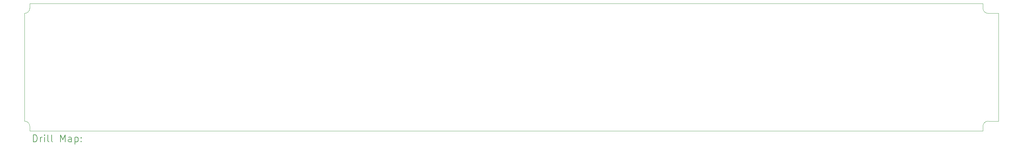
<source format=gbr>
%TF.GenerationSoftware,KiCad,Pcbnew,(6.0.7)*%
%TF.CreationDate,2022-10-27T11:47:36+02:00*%
%TF.ProjectId,Treiber,54726569-6265-4722-9e6b-696361645f70,rev?*%
%TF.SameCoordinates,Original*%
%TF.FileFunction,Drillmap*%
%TF.FilePolarity,Positive*%
%FSLAX45Y45*%
G04 Gerber Fmt 4.5, Leading zero omitted, Abs format (unit mm)*
G04 Created by KiCad (PCBNEW (6.0.7)) date 2022-10-27 11:47:36*
%MOMM*%
%LPD*%
G01*
G04 APERTURE LIST*
%ADD10C,0.100000*%
%ADD11C,0.200000*%
G04 APERTURE END LIST*
D10*
X8200000Y-7900000D02*
X8200000Y-11000000D01*
X36150000Y-7900000D02*
X36150000Y-11000000D01*
X35700000Y-11150000D02*
X35700000Y-11280000D01*
X36150000Y-11000000D02*
X35850000Y-11000000D01*
X35700000Y-11280000D02*
X8350000Y-11280000D01*
X35700000Y-7750000D02*
G75*
G03*
X35850000Y-7900000I150000J0D01*
G01*
X8350000Y-11150000D02*
G75*
G03*
X8200000Y-11000000I-150000J0D01*
G01*
X35700000Y-7620000D02*
X8350000Y-7620000D01*
X36150000Y-7900000D02*
X35850000Y-7900000D01*
X35850000Y-11000000D02*
G75*
G03*
X35700000Y-11150000I0J-150000D01*
G01*
X8350000Y-11280000D02*
X8350000Y-11150000D01*
X8200000Y-7900000D02*
G75*
G03*
X8350000Y-7750000I0J150000D01*
G01*
X35700000Y-7750000D02*
X35700000Y-7620000D01*
X8350000Y-7620000D02*
X8350000Y-7750000D01*
D11*
X8452619Y-11595476D02*
X8452619Y-11395476D01*
X8500238Y-11395476D01*
X8528810Y-11405000D01*
X8547857Y-11424048D01*
X8557381Y-11443095D01*
X8566905Y-11481190D01*
X8566905Y-11509762D01*
X8557381Y-11547857D01*
X8547857Y-11566905D01*
X8528810Y-11585952D01*
X8500238Y-11595476D01*
X8452619Y-11595476D01*
X8652619Y-11595476D02*
X8652619Y-11462143D01*
X8652619Y-11500238D02*
X8662143Y-11481190D01*
X8671667Y-11471667D01*
X8690714Y-11462143D01*
X8709762Y-11462143D01*
X8776429Y-11595476D02*
X8776429Y-11462143D01*
X8776429Y-11395476D02*
X8766905Y-11405000D01*
X8776429Y-11414524D01*
X8785952Y-11405000D01*
X8776429Y-11395476D01*
X8776429Y-11414524D01*
X8900238Y-11595476D02*
X8881190Y-11585952D01*
X8871667Y-11566905D01*
X8871667Y-11395476D01*
X9005000Y-11595476D02*
X8985952Y-11585952D01*
X8976429Y-11566905D01*
X8976429Y-11395476D01*
X9233571Y-11595476D02*
X9233571Y-11395476D01*
X9300238Y-11538333D01*
X9366905Y-11395476D01*
X9366905Y-11595476D01*
X9547857Y-11595476D02*
X9547857Y-11490714D01*
X9538333Y-11471667D01*
X9519286Y-11462143D01*
X9481190Y-11462143D01*
X9462143Y-11471667D01*
X9547857Y-11585952D02*
X9528810Y-11595476D01*
X9481190Y-11595476D01*
X9462143Y-11585952D01*
X9452619Y-11566905D01*
X9452619Y-11547857D01*
X9462143Y-11528809D01*
X9481190Y-11519286D01*
X9528810Y-11519286D01*
X9547857Y-11509762D01*
X9643095Y-11462143D02*
X9643095Y-11662143D01*
X9643095Y-11471667D02*
X9662143Y-11462143D01*
X9700238Y-11462143D01*
X9719286Y-11471667D01*
X9728810Y-11481190D01*
X9738333Y-11500238D01*
X9738333Y-11557381D01*
X9728810Y-11576428D01*
X9719286Y-11585952D01*
X9700238Y-11595476D01*
X9662143Y-11595476D01*
X9643095Y-11585952D01*
X9824048Y-11576428D02*
X9833571Y-11585952D01*
X9824048Y-11595476D01*
X9814524Y-11585952D01*
X9824048Y-11576428D01*
X9824048Y-11595476D01*
X9824048Y-11471667D02*
X9833571Y-11481190D01*
X9824048Y-11490714D01*
X9814524Y-11481190D01*
X9824048Y-11471667D01*
X9824048Y-11490714D01*
M02*

</source>
